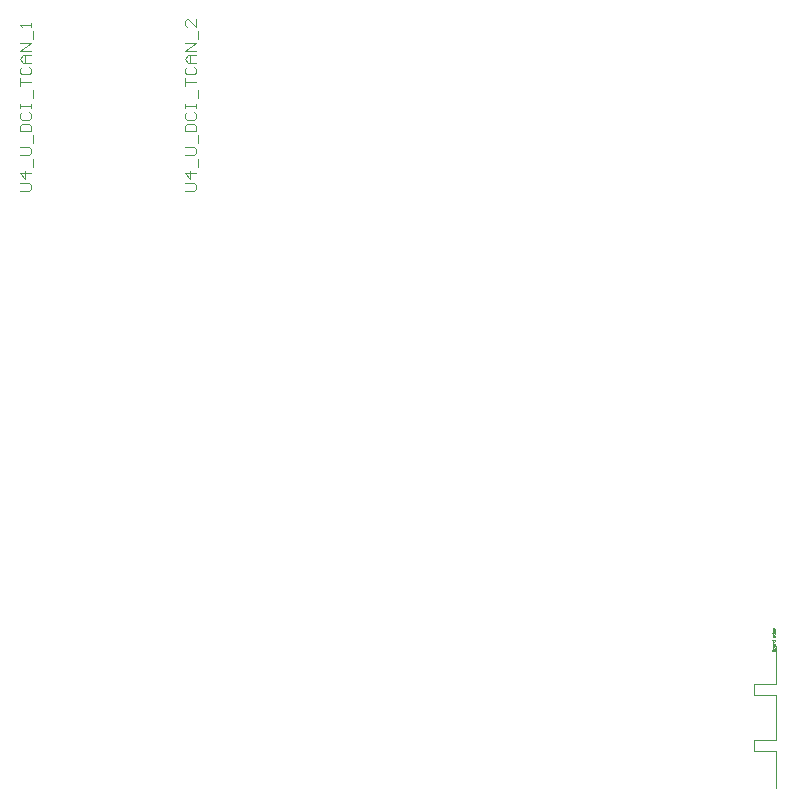
<source format=gm1>
G04*
G04 #@! TF.GenerationSoftware,Altium Limited,Altium Designer,21.2.0 (30)*
G04*
G04 Layer_Color=16711935*
%FSLAX42Y42*%
%MOMM*%
G71*
G04*
G04 #@! TF.SameCoordinates,2206926D-CA63-4A2E-8DE4-A6F34C4AB1E6*
G04*
G04*
G04 #@! TF.FilePolarity,Positive*
G04*
G01*
G75*
%ADD17C,0.10*%
%ADD182C,0.05*%
D17*
X7284Y1085D02*
Y1403D01*
X7094D02*
X7284D01*
X7094D02*
Y1493D01*
X7284D01*
Y1685D01*
Y1877D01*
X7094D02*
X7284D01*
X7094D02*
Y1967D01*
X7284D01*
Y2285D01*
X878Y6145D02*
X961D01*
X978Y6161D01*
Y6195D01*
X961Y6211D01*
X878D01*
X978Y6295D02*
X878D01*
X928Y6245D01*
Y6311D01*
X995Y6345D02*
Y6411D01*
X878Y6445D02*
X961D01*
X978Y6461D01*
Y6495D01*
X961Y6511D01*
X878D01*
X995Y6545D02*
Y6611D01*
X878Y6645D02*
X978D01*
Y6695D01*
X961Y6711D01*
X895D01*
X878Y6695D01*
Y6645D01*
X895Y6811D02*
X878Y6795D01*
Y6761D01*
X895Y6745D01*
X961D01*
X978Y6761D01*
Y6795D01*
X961Y6811D01*
X878Y6845D02*
Y6878D01*
Y6861D01*
X978D01*
Y6845D01*
Y6878D01*
X995Y6928D02*
Y6995D01*
X878Y7028D02*
Y7094D01*
Y7061D01*
X978D01*
X895Y7194D02*
X878Y7178D01*
Y7144D01*
X895Y7128D01*
X961D01*
X978Y7144D01*
Y7178D01*
X961Y7194D01*
X978Y7228D02*
X911D01*
X878Y7261D01*
X911Y7294D01*
X978D01*
X928D01*
Y7228D01*
X978Y7328D02*
X878D01*
X978Y7394D01*
X878D01*
X995Y7428D02*
Y7494D01*
X978Y7528D02*
Y7561D01*
Y7544D01*
X878D01*
X895Y7528D01*
X2275Y6145D02*
X2358D01*
X2375Y6161D01*
Y6195D01*
X2358Y6211D01*
X2275D01*
X2375Y6295D02*
X2275D01*
X2325Y6245D01*
Y6311D01*
X2392Y6345D02*
Y6411D01*
X2275Y6445D02*
X2358D01*
X2375Y6461D01*
Y6495D01*
X2358Y6511D01*
X2275D01*
X2392Y6545D02*
Y6611D01*
X2275Y6645D02*
X2375D01*
Y6695D01*
X2358Y6711D01*
X2292D01*
X2275Y6695D01*
Y6645D01*
X2292Y6811D02*
X2275Y6795D01*
Y6761D01*
X2292Y6745D01*
X2358D01*
X2375Y6761D01*
Y6795D01*
X2358Y6811D01*
X2275Y6845D02*
Y6878D01*
Y6861D01*
X2375D01*
Y6845D01*
Y6878D01*
X2392Y6928D02*
Y6995D01*
X2275Y7028D02*
Y7094D01*
Y7061D01*
X2375D01*
X2292Y7194D02*
X2275Y7178D01*
Y7144D01*
X2292Y7128D01*
X2358D01*
X2375Y7144D01*
Y7178D01*
X2358Y7194D01*
X2375Y7228D02*
X2308D01*
X2275Y7261D01*
X2308Y7294D01*
X2375D01*
X2325D01*
Y7228D01*
X2375Y7328D02*
X2275D01*
X2375Y7394D01*
X2275D01*
X2392Y7428D02*
Y7494D01*
X2375Y7594D02*
Y7528D01*
X2308Y7594D01*
X2292D01*
X2275Y7578D01*
Y7544D01*
X2292Y7528D01*
D182*
X7250Y2244D02*
X7270D01*
Y2254D01*
X7267Y2257D01*
X7264D01*
X7260Y2254D01*
Y2244D01*
Y2254D01*
X7257Y2257D01*
X7254D01*
X7250Y2254D01*
Y2244D01*
X7270Y2267D02*
Y2274D01*
X7267Y2277D01*
X7260D01*
X7257Y2274D01*
Y2267D01*
X7260Y2264D01*
X7267D01*
X7270Y2267D01*
X7257Y2287D02*
Y2294D01*
X7260Y2297D01*
X7270D01*
Y2287D01*
X7267Y2284D01*
X7264Y2287D01*
Y2297D01*
X7257Y2304D02*
X7270D01*
X7264D01*
X7260Y2307D01*
X7257Y2311D01*
Y2314D01*
X7250Y2337D02*
X7270D01*
Y2327D01*
X7267Y2324D01*
X7260D01*
X7257Y2327D01*
Y2337D01*
X7270Y2374D02*
Y2367D01*
X7267Y2364D01*
X7260D01*
X7257Y2367D01*
Y2374D01*
X7260Y2377D01*
X7264D01*
Y2364D01*
X7250Y2397D02*
X7270D01*
Y2387D01*
X7267Y2384D01*
X7260D01*
X7257Y2387D01*
Y2397D01*
X7277Y2411D02*
Y2414D01*
X7274Y2417D01*
X7257D01*
Y2407D01*
X7260Y2404D01*
X7267D01*
X7270Y2407D01*
Y2417D01*
Y2434D02*
Y2427D01*
X7267Y2424D01*
X7260D01*
X7257Y2427D01*
Y2434D01*
X7260Y2437D01*
X7264D01*
Y2424D01*
M02*

</source>
